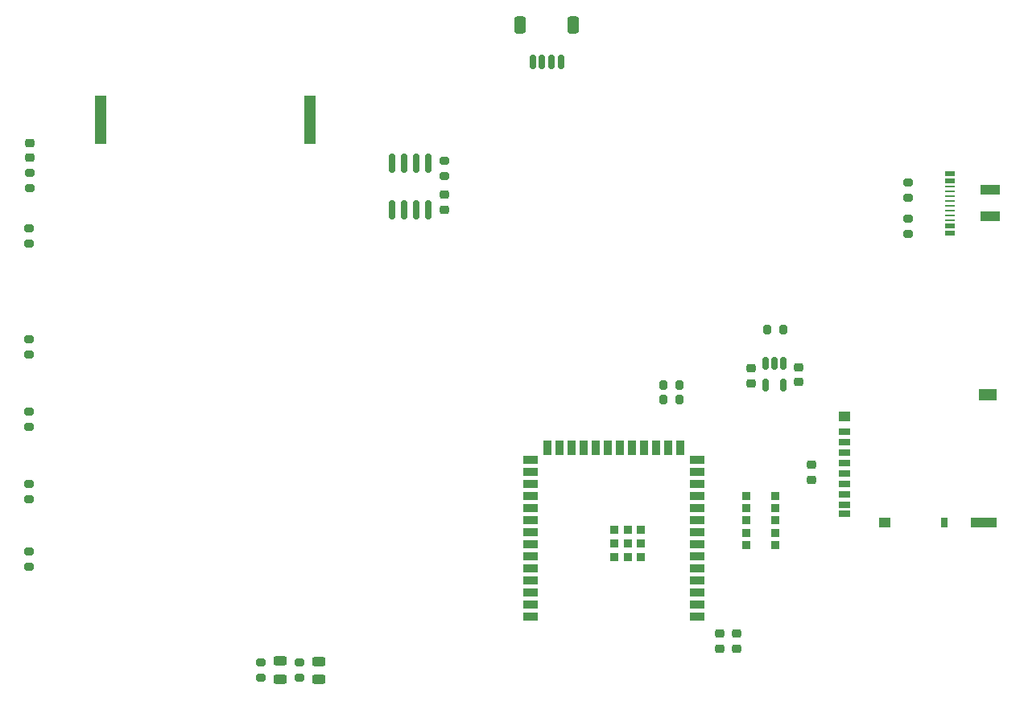
<source format=gbr>
%TF.GenerationSoftware,KiCad,Pcbnew,7.0.1*%
%TF.CreationDate,2023-04-30T23:40:34+01:00*%
%TF.ProjectId,clock25,636c6f63-6b32-4352-9e6b-696361645f70,rev?*%
%TF.SameCoordinates,Original*%
%TF.FileFunction,Paste,Top*%
%TF.FilePolarity,Positive*%
%FSLAX46Y46*%
G04 Gerber Fmt 4.6, Leading zero omitted, Abs format (unit mm)*
G04 Created by KiCad (PCBNEW 7.0.1) date 2023-04-30 23:40:34*
%MOMM*%
%LPD*%
G01*
G04 APERTURE LIST*
G04 Aperture macros list*
%AMRoundRect*
0 Rectangle with rounded corners*
0 $1 Rounding radius*
0 $2 $3 $4 $5 $6 $7 $8 $9 X,Y pos of 4 corners*
0 Add a 4 corners polygon primitive as box body*
4,1,4,$2,$3,$4,$5,$6,$7,$8,$9,$2,$3,0*
0 Add four circle primitives for the rounded corners*
1,1,$1+$1,$2,$3*
1,1,$1+$1,$4,$5*
1,1,$1+$1,$6,$7*
1,1,$1+$1,$8,$9*
0 Add four rect primitives between the rounded corners*
20,1,$1+$1,$2,$3,$4,$5,0*
20,1,$1+$1,$4,$5,$6,$7,0*
20,1,$1+$1,$6,$7,$8,$9,0*
20,1,$1+$1,$8,$9,$2,$3,0*%
G04 Aperture macros list end*
%ADD10R,0.900000X0.900000*%
%ADD11RoundRect,0.200000X-0.275000X0.200000X-0.275000X-0.200000X0.275000X-0.200000X0.275000X0.200000X0*%
%ADD12RoundRect,0.243750X0.456250X-0.243750X0.456250X0.243750X-0.456250X0.243750X-0.456250X-0.243750X0*%
%ADD13RoundRect,0.225000X-0.250000X0.225000X-0.250000X-0.225000X0.250000X-0.225000X0.250000X0.225000X0*%
%ADD14R,1.200000X0.700000*%
%ADD15R,0.800000X1.000000*%
%ADD16R,1.200000X1.000000*%
%ADD17R,2.800000X1.000000*%
%ADD18R,1.900000X1.300000*%
%ADD19RoundRect,0.150000X-0.150000X0.512500X-0.150000X-0.512500X0.150000X-0.512500X0.150000X0.512500X0*%
%ADD20R,2.000000X1.000000*%
%ADD21R,1.000000X0.520000*%
%ADD22R,1.000000X0.270000*%
%ADD23RoundRect,0.200000X0.275000X-0.200000X0.275000X0.200000X-0.275000X0.200000X-0.275000X-0.200000X0*%
%ADD24R,1.500000X0.900000*%
%ADD25R,0.900000X1.500000*%
%ADD26RoundRect,0.150000X0.150000X0.625000X-0.150000X0.625000X-0.150000X-0.625000X0.150000X-0.625000X0*%
%ADD27RoundRect,0.250000X0.350000X0.650000X-0.350000X0.650000X-0.350000X-0.650000X0.350000X-0.650000X0*%
%ADD28R,1.270000X5.080000*%
%ADD29RoundRect,0.200000X-0.200000X-0.275000X0.200000X-0.275000X0.200000X0.275000X-0.200000X0.275000X0*%
%ADD30RoundRect,0.150000X-0.150000X0.825000X-0.150000X-0.825000X0.150000X-0.825000X0.150000X0.825000X0*%
%ADD31RoundRect,0.200000X0.200000X0.275000X-0.200000X0.275000X-0.200000X-0.275000X0.200000X-0.275000X0*%
G04 APERTURE END LIST*
D10*
%TO.C,R7*%
X178030000Y-120964000D03*
X178030000Y-119644000D03*
X178030000Y-118364000D03*
X178030000Y-117084000D03*
X178030000Y-115764000D03*
X175030000Y-115764000D03*
X175030000Y-117084000D03*
X175030000Y-118364000D03*
X175030000Y-119644000D03*
X175030000Y-120964000D03*
%TD*%
D11*
%TO.C,R2*%
X192024000Y-86551000D03*
X192024000Y-88201000D03*
%TD*%
D12*
%TO.C,D2*%
X130048000Y-135128000D03*
X130048000Y-133253000D03*
%TD*%
D13*
%TO.C,C3*%
X173990000Y-130289000D03*
X173990000Y-131839000D03*
%TD*%
D14*
%TO.C,J6*%
X185315000Y-108985000D03*
X185315000Y-110085000D03*
X185315000Y-111185000D03*
X185315000Y-112285000D03*
X185315000Y-113385000D03*
X185315000Y-114485000D03*
X185315000Y-115585000D03*
X185315000Y-116685000D03*
X185315000Y-117635000D03*
D15*
X195815000Y-118585000D03*
D16*
X189615000Y-118585000D03*
D17*
X199965000Y-118585000D03*
D16*
X185315000Y-107435000D03*
D18*
X200415000Y-105085000D03*
%TD*%
D19*
%TO.C,U2*%
X178938000Y-101854000D03*
X177988000Y-101854000D03*
X177038000Y-101854000D03*
X177038000Y-104129000D03*
X178938000Y-104129000D03*
%TD*%
D20*
%TO.C,J1*%
X200660000Y-86360000D03*
X200660000Y-83560000D03*
D21*
X196460000Y-88060000D03*
X196460000Y-87310000D03*
D22*
X196460000Y-86710000D03*
X196460000Y-85210000D03*
X196460000Y-84210000D03*
X196460000Y-83210000D03*
D21*
X196460000Y-82610000D03*
X196460000Y-81860000D03*
X196460000Y-81860000D03*
X196460000Y-82610000D03*
D22*
X196460000Y-83710000D03*
X196460000Y-84710000D03*
X196460000Y-85710000D03*
X196460000Y-86210000D03*
D21*
X196460000Y-87310000D03*
X196460000Y-88060000D03*
%TD*%
D11*
%TO.C,R4*%
X143256000Y-80455000D03*
X143256000Y-82105000D03*
%TD*%
D23*
%TO.C,R1*%
X192024000Y-84391000D03*
X192024000Y-82741000D03*
%TD*%
D12*
%TO.C,D1*%
X125984000Y-135049500D03*
X125984000Y-133174500D03*
%TD*%
D24*
%TO.C,U1*%
X169810000Y-128500000D03*
X169810000Y-127230000D03*
X169810000Y-125960000D03*
X169810000Y-124690000D03*
X169810000Y-123420000D03*
X169810000Y-122150000D03*
X169810000Y-120880000D03*
X169810000Y-119610000D03*
X169810000Y-118340000D03*
X169810000Y-117070000D03*
X169810000Y-115800000D03*
X169810000Y-114530000D03*
X169810000Y-113260000D03*
X169810000Y-111990000D03*
D25*
X168045000Y-110740000D03*
X166775000Y-110740000D03*
X165505000Y-110740000D03*
X164235000Y-110740000D03*
X162965000Y-110740000D03*
X161695000Y-110740000D03*
X160425000Y-110740000D03*
X159155000Y-110740000D03*
X157885000Y-110740000D03*
X156615000Y-110740000D03*
X155345000Y-110740000D03*
X154075000Y-110740000D03*
D24*
X152310000Y-111990000D03*
X152310000Y-113260000D03*
X152310000Y-114530000D03*
X152310000Y-115800000D03*
X152310000Y-117070000D03*
X152310000Y-118340000D03*
X152310000Y-119610000D03*
X152310000Y-120880000D03*
X152310000Y-122150000D03*
X152310000Y-123420000D03*
X152310000Y-124690000D03*
X152310000Y-125960000D03*
X152310000Y-127230000D03*
X152310000Y-128500000D03*
D10*
X163960000Y-122180000D03*
X163960000Y-120780000D03*
X163960000Y-119380000D03*
X162560000Y-122180000D03*
X162560000Y-120780000D03*
X162560000Y-119380000D03*
X161160000Y-122180000D03*
X161160000Y-120780000D03*
X161160000Y-119380000D03*
%TD*%
D13*
%TO.C,C6*%
X175514000Y-102349000D03*
X175514000Y-103899000D03*
%TD*%
%TO.C,C2*%
X99695000Y-78600000D03*
X99695000Y-80150000D03*
%TD*%
D23*
%TO.C,R12*%
X99568000Y-100901000D03*
X99568000Y-99251000D03*
%TD*%
D11*
%TO.C,R9*%
X99568000Y-87567000D03*
X99568000Y-89217000D03*
%TD*%
D23*
%TO.C,R13*%
X99568000Y-108521000D03*
X99568000Y-106871000D03*
%TD*%
%TO.C,R10*%
X123952000Y-134937000D03*
X123952000Y-133287000D03*
%TD*%
D13*
%TO.C,C4*%
X172212000Y-130289000D03*
X172212000Y-131839000D03*
%TD*%
D26*
%TO.C,J4*%
X155545000Y-70072000D03*
X154545000Y-70072000D03*
X153545000Y-70072000D03*
X152545000Y-70072000D03*
D27*
X156845000Y-66197000D03*
X151245000Y-66197000D03*
%TD*%
D28*
%TO.C,BT1*%
X129095000Y-76200000D03*
X107125000Y-76200000D03*
%TD*%
D29*
%TO.C,R3*%
X177229000Y-98298000D03*
X178879000Y-98298000D03*
%TD*%
D13*
%TO.C,C5*%
X180528000Y-102216500D03*
X180528000Y-103766500D03*
%TD*%
D30*
%TO.C,U3*%
X141605000Y-80710000D03*
X140335000Y-80710000D03*
X139065000Y-80710000D03*
X137795000Y-80710000D03*
X137795000Y-85660000D03*
X139065000Y-85660000D03*
X140335000Y-85660000D03*
X141605000Y-85660000D03*
%TD*%
D23*
%TO.C,R8*%
X99695000Y-83375000D03*
X99695000Y-81725000D03*
%TD*%
D31*
%TO.C,R5*%
X167957000Y-105664000D03*
X166307000Y-105664000D03*
%TD*%
%TO.C,R6*%
X167957000Y-104140000D03*
X166307000Y-104140000D03*
%TD*%
D23*
%TO.C,R15*%
X99568000Y-123253000D03*
X99568000Y-121603000D03*
%TD*%
%TO.C,R11*%
X128016000Y-134937000D03*
X128016000Y-133287000D03*
%TD*%
D13*
%TO.C,C7*%
X181864000Y-112509000D03*
X181864000Y-114059000D03*
%TD*%
%TO.C,C1*%
X143256000Y-84061000D03*
X143256000Y-85611000D03*
%TD*%
D23*
%TO.C,R14*%
X99568000Y-116141000D03*
X99568000Y-114491000D03*
%TD*%
M02*

</source>
